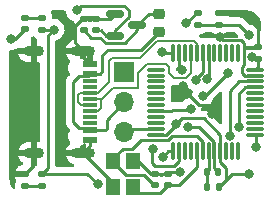
<source format=gbr>
%TF.GenerationSoftware,KiCad,Pcbnew,(6.0.9)*%
%TF.CreationDate,2022-11-14T14:00:34+08:00*%
%TF.ProjectId,usb2serial_pcb,75736232-7365-4726-9961-6c5f7063622e,1.0*%
%TF.SameCoordinates,Original*%
%TF.FileFunction,Copper,L1,Top*%
%TF.FilePolarity,Positive*%
%FSLAX46Y46*%
G04 Gerber Fmt 4.6, Leading zero omitted, Abs format (unit mm)*
G04 Created by KiCad (PCBNEW (6.0.9)) date 2022-11-14 14:00:34*
%MOMM*%
%LPD*%
G01*
G04 APERTURE LIST*
G04 Aperture macros list*
%AMRoundRect*
0 Rectangle with rounded corners*
0 $1 Rounding radius*
0 $2 $3 $4 $5 $6 $7 $8 $9 X,Y pos of 4 corners*
0 Add a 4 corners polygon primitive as box body*
4,1,4,$2,$3,$4,$5,$6,$7,$8,$9,$2,$3,0*
0 Add four circle primitives for the rounded corners*
1,1,$1+$1,$2,$3*
1,1,$1+$1,$4,$5*
1,1,$1+$1,$6,$7*
1,1,$1+$1,$8,$9*
0 Add four rect primitives between the rounded corners*
20,1,$1+$1,$2,$3,$4,$5,0*
20,1,$1+$1,$4,$5,$6,$7,0*
20,1,$1+$1,$6,$7,$8,$9,0*
20,1,$1+$1,$8,$9,$2,$3,0*%
G04 Aperture macros list end*
%TA.AperFunction,SMDPad,CuDef*%
%ADD10RoundRect,0.140000X-0.170000X0.140000X-0.170000X-0.140000X0.170000X-0.140000X0.170000X0.140000X0*%
%TD*%
%TA.AperFunction,SMDPad,CuDef*%
%ADD11R,1.200000X1.400000*%
%TD*%
%TA.AperFunction,SMDPad,CuDef*%
%ADD12RoundRect,0.075000X0.075000X-0.662500X0.075000X0.662500X-0.075000X0.662500X-0.075000X-0.662500X0*%
%TD*%
%TA.AperFunction,SMDPad,CuDef*%
%ADD13RoundRect,0.075000X0.662500X-0.075000X0.662500X0.075000X-0.662500X0.075000X-0.662500X-0.075000X0*%
%TD*%
%TA.AperFunction,SMDPad,CuDef*%
%ADD14RoundRect,0.150000X-0.587500X-0.150000X0.587500X-0.150000X0.587500X0.150000X-0.587500X0.150000X0*%
%TD*%
%TA.AperFunction,SMDPad,CuDef*%
%ADD15RoundRect,0.135000X-0.185000X0.135000X-0.185000X-0.135000X0.185000X-0.135000X0.185000X0.135000X0*%
%TD*%
%TA.AperFunction,SMDPad,CuDef*%
%ADD16RoundRect,0.140000X0.170000X-0.140000X0.170000X0.140000X-0.170000X0.140000X-0.170000X-0.140000X0*%
%TD*%
%TA.AperFunction,SMDPad,CuDef*%
%ADD17RoundRect,0.218750X-0.256250X0.218750X-0.256250X-0.218750X0.256250X-0.218750X0.256250X0.218750X0*%
%TD*%
%TA.AperFunction,SMDPad,CuDef*%
%ADD18RoundRect,0.147500X-0.172500X0.147500X-0.172500X-0.147500X0.172500X-0.147500X0.172500X0.147500X0*%
%TD*%
%TA.AperFunction,SMDPad,CuDef*%
%ADD19RoundRect,0.140000X-0.140000X-0.170000X0.140000X-0.170000X0.140000X0.170000X-0.140000X0.170000X0*%
%TD*%
%TA.AperFunction,SMDPad,CuDef*%
%ADD20RoundRect,0.135000X0.185000X-0.135000X0.185000X0.135000X-0.185000X0.135000X-0.185000X-0.135000X0*%
%TD*%
%TA.AperFunction,SMDPad,CuDef*%
%ADD21R,1.160000X0.600000*%
%TD*%
%TA.AperFunction,SMDPad,CuDef*%
%ADD22R,1.160000X0.300000*%
%TD*%
%TA.AperFunction,ComponentPad*%
%ADD23O,1.700000X0.900000*%
%TD*%
%TA.AperFunction,ComponentPad*%
%ADD24O,2.000000X0.900000*%
%TD*%
%TA.AperFunction,SMDPad,CuDef*%
%ADD25RoundRect,0.135000X0.135000X0.185000X-0.135000X0.185000X-0.135000X-0.185000X0.135000X-0.185000X0*%
%TD*%
%TA.AperFunction,SMDPad,CuDef*%
%ADD26RoundRect,0.147500X0.172500X-0.147500X0.172500X0.147500X-0.172500X0.147500X-0.172500X-0.147500X0*%
%TD*%
%TA.AperFunction,ComponentPad*%
%ADD27R,1.700000X1.700000*%
%TD*%
%TA.AperFunction,ComponentPad*%
%ADD28O,1.700000X1.700000*%
%TD*%
%TA.AperFunction,ViaPad*%
%ADD29C,0.800000*%
%TD*%
%TA.AperFunction,Conductor*%
%ADD30C,0.250000*%
%TD*%
%TA.AperFunction,Conductor*%
%ADD31C,0.200000*%
%TD*%
G04 APERTURE END LIST*
D10*
%TO.P,C5,1*%
%TO.N,GND*%
X62077600Y-46154400D03*
%TO.P,C5,2*%
%TO.N,/OSC_IN*%
X62077600Y-47114400D03*
%TD*%
D11*
%TO.P,Y1,1,1*%
%TO.N,/OSC_OUT*%
X57468400Y-45059600D03*
%TO.P,Y1,2,2*%
%TO.N,GND*%
X57468400Y-47259600D03*
%TO.P,Y1,3,3*%
%TO.N,/OSC_IN*%
X59168400Y-47259600D03*
%TO.P,Y1,4,4*%
%TO.N,GND*%
X59168400Y-45059600D03*
%TD*%
D12*
%TO.P,U2,1,VBAT*%
%TO.N,+3.3V*%
X62528000Y-44243700D03*
%TO.P,U2,2,PC13*%
%TO.N,/LED*%
X63028000Y-44243700D03*
%TO.P,U2,3,PC14*%
%TO.N,unconnected-(U2-Pad3)*%
X63528000Y-44243700D03*
%TO.P,U2,4,PC15*%
%TO.N,unconnected-(U2-Pad4)*%
X64028000Y-44243700D03*
%TO.P,U2,5,PD0*%
%TO.N,/OSC_IN*%
X64528000Y-44243700D03*
%TO.P,U2,6,PD1*%
%TO.N,/OSC_OUT*%
X65028000Y-44243700D03*
%TO.P,U2,7,NRST*%
%TO.N,/NRST*%
X65528000Y-44243700D03*
%TO.P,U2,8,VSSA*%
%TO.N,GND*%
X66028000Y-44243700D03*
%TO.P,U2,9,VDDA*%
%TO.N,+3.3V*%
X66528000Y-44243700D03*
%TO.P,U2,10,PA0*%
%TO.N,unconnected-(U2-Pad10)*%
X67028000Y-44243700D03*
%TO.P,U2,11,PA1*%
%TO.N,unconnected-(U2-Pad11)*%
X67528000Y-44243700D03*
%TO.P,U2,12,PA2*%
%TO.N,unconnected-(U2-Pad12)*%
X68028000Y-44243700D03*
D13*
%TO.P,U2,13,PA3*%
%TO.N,/UART2_RX*%
X69440500Y-42831200D03*
%TO.P,U2,14,PA4*%
%TO.N,unconnected-(U2-Pad14)*%
X69440500Y-42331200D03*
%TO.P,U2,15,PA5*%
%TO.N,unconnected-(U2-Pad15)*%
X69440500Y-41831200D03*
%TO.P,U2,16,PA6*%
%TO.N,unconnected-(U2-Pad16)*%
X69440500Y-41331200D03*
%TO.P,U2,17,PA7*%
%TO.N,unconnected-(U2-Pad17)*%
X69440500Y-40831200D03*
%TO.P,U2,18,PB0*%
%TO.N,unconnected-(U2-Pad18)*%
X69440500Y-40331200D03*
%TO.P,U2,19,PB1*%
%TO.N,unconnected-(U2-Pad19)*%
X69440500Y-39831200D03*
%TO.P,U2,20,PB2*%
%TO.N,unconnected-(U2-Pad20)*%
X69440500Y-39331200D03*
%TO.P,U2,21,PB10*%
%TO.N,/UART3_TX*%
X69440500Y-38831200D03*
%TO.P,U2,22,PB11*%
%TO.N,/UART3_RX*%
X69440500Y-38331200D03*
%TO.P,U2,23,VSS*%
%TO.N,GND*%
X69440500Y-37831200D03*
%TO.P,U2,24,VDD*%
%TO.N,+3.3V*%
X69440500Y-37331200D03*
D12*
%TO.P,U2,25,PB12*%
%TO.N,unconnected-(U2-Pad25)*%
X68028000Y-35918700D03*
%TO.P,U2,26,PB13*%
%TO.N,unconnected-(U2-Pad26)*%
X67528000Y-35918700D03*
%TO.P,U2,27,PB14*%
%TO.N,unconnected-(U2-Pad27)*%
X67028000Y-35918700D03*
%TO.P,U2,28,PB15*%
%TO.N,unconnected-(U2-Pad28)*%
X66528000Y-35918700D03*
%TO.P,U2,29,PA8*%
%TO.N,unconnected-(U2-Pad29)*%
X66028000Y-35918700D03*
%TO.P,U2,30,PA9*%
%TO.N,/UART1_TX*%
X65528000Y-35918700D03*
%TO.P,U2,31,PA10*%
%TO.N,/UART1_RX*%
X65028000Y-35918700D03*
%TO.P,U2,32,PA11*%
%TO.N,/USB_D-*%
X64528000Y-35918700D03*
%TO.P,U2,33,PA12*%
%TO.N,/USB_D+*%
X64028000Y-35918700D03*
%TO.P,U2,34,PA13*%
%TO.N,unconnected-(U2-Pad34)*%
X63528000Y-35918700D03*
%TO.P,U2,35,VSS*%
%TO.N,GND*%
X63028000Y-35918700D03*
%TO.P,U2,36,VDD*%
%TO.N,+3.3V*%
X62528000Y-35918700D03*
D13*
%TO.P,U2,37,PA14*%
%TO.N,unconnected-(U2-Pad37)*%
X61115500Y-37331200D03*
%TO.P,U2,38,PA15*%
%TO.N,unconnected-(U2-Pad38)*%
X61115500Y-37831200D03*
%TO.P,U2,39,PB3*%
%TO.N,unconnected-(U2-Pad39)*%
X61115500Y-38331200D03*
%TO.P,U2,40,PB4*%
%TO.N,unconnected-(U2-Pad40)*%
X61115500Y-38831200D03*
%TO.P,U2,41,PB5*%
%TO.N,unconnected-(U2-Pad41)*%
X61115500Y-39331200D03*
%TO.P,U2,42,PB6*%
%TO.N,unconnected-(U2-Pad42)*%
X61115500Y-39831200D03*
%TO.P,U2,43,PB7*%
%TO.N,unconnected-(U2-Pad43)*%
X61115500Y-40331200D03*
%TO.P,U2,44,BOOT0*%
%TO.N,/BOOT0*%
X61115500Y-40831200D03*
%TO.P,U2,45,PB8*%
%TO.N,unconnected-(U2-Pad45)*%
X61115500Y-41331200D03*
%TO.P,U2,46,PB9*%
%TO.N,unconnected-(U2-Pad46)*%
X61115500Y-41831200D03*
%TO.P,U2,47,VSS*%
%TO.N,GND*%
X61115500Y-42331200D03*
%TO.P,U2,48,VDD*%
%TO.N,+3.3V*%
X61115500Y-42831200D03*
%TD*%
D14*
%TO.P,U1,1,GND*%
%TO.N,GND*%
X57634900Y-32578000D03*
%TO.P,U1,2,VO*%
%TO.N,+3.3V*%
X57634900Y-34478000D03*
%TO.P,U1,3,VI*%
%TO.N,Net-(C2-Pad2)*%
X59509900Y-33528000D03*
%TD*%
D15*
%TO.P,R2,1*%
%TO.N,+3.3V*%
X64668400Y-32510000D03*
%TO.P,R2,2*%
%TO.N,/BOOT0*%
X64668400Y-33530000D03*
%TD*%
D16*
%TO.P,C3,1*%
%TO.N,+3.3V*%
X56032400Y-34008000D03*
%TO.P,C3,2*%
%TO.N,GND*%
X56032400Y-33048000D03*
%TD*%
D17*
%TO.P,F1,1*%
%TO.N,Net-(C2-Pad2)*%
X61315600Y-32588100D03*
%TO.P,F1,2*%
%TO.N,+5V*%
X61315600Y-34163100D03*
%TD*%
D10*
%TO.P,C2,1*%
%TO.N,GND*%
X54965600Y-33048000D03*
%TO.P,C2,2*%
%TO.N,Net-(C2-Pad2)*%
X54965600Y-34008000D03*
%TD*%
D18*
%TO.P,D6,1,K*%
%TO.N,GND*%
X49987200Y-46200200D03*
%TO.P,D6,2,A*%
%TO.N,Net-(D6-Pad2)*%
X49987200Y-47170200D03*
%TD*%
D19*
%TO.P,C4,1*%
%TO.N,/NRST*%
X65407600Y-45974000D03*
%TO.P,C4,2*%
%TO.N,GND*%
X66367600Y-45974000D03*
%TD*%
D15*
%TO.P,R6,1*%
%TO.N,+3.3V*%
X51401550Y-46175200D03*
%TO.P,R6,2*%
%TO.N,Net-(D6-Pad2)*%
X51401550Y-47195200D03*
%TD*%
D16*
%TO.P,C1,1*%
%TO.N,+3.3V*%
X69697600Y-36395600D03*
%TO.P,C1,2*%
%TO.N,GND*%
X69697600Y-35435600D03*
%TD*%
D20*
%TO.P,R5,1*%
%TO.N,/BOOT0*%
X66395600Y-33530000D03*
%TO.P,R5,2*%
%TO.N,GND*%
X66395600Y-32510000D03*
%TD*%
%TO.P,R7,1*%
%TO.N,+3.3V*%
X51409600Y-33936400D03*
%TO.P,R7,2*%
%TO.N,Net-(D7-Pad2)*%
X51409600Y-32916400D03*
%TD*%
D10*
%TO.P,C6,1*%
%TO.N,GND*%
X60960000Y-46154400D03*
%TO.P,C6,2*%
%TO.N,/OSC_OUT*%
X60960000Y-47114400D03*
%TD*%
D21*
%TO.P,J1,A1,GND*%
%TO.N,GND*%
X55505800Y-36865020D03*
%TO.P,J1,A4,VBUS*%
%TO.N,+5V*%
X55505800Y-37665020D03*
D22*
%TO.P,J1,A5,CC1*%
%TO.N,unconnected-(J1-PadA5)*%
X55505800Y-38815020D03*
%TO.P,J1,A6,D+*%
%TO.N,/USB_D+*%
X55505800Y-39815020D03*
%TO.P,J1,A7,D-*%
%TO.N,/USB_D-*%
X55505800Y-40315020D03*
%TO.P,J1,A8,SBU1*%
%TO.N,unconnected-(J1-PadA8)*%
X55505800Y-41315020D03*
D21*
%TO.P,J1,A9,VBUS*%
%TO.N,+5V*%
X55505800Y-42465020D03*
%TO.P,J1,A12,GND*%
%TO.N,GND*%
X55505800Y-43265020D03*
%TO.P,J1,B1,GND*%
X55505800Y-43265020D03*
%TO.P,J1,B4,VBUS*%
%TO.N,+5V*%
X55505800Y-42465020D03*
D22*
%TO.P,J1,B5,CC2*%
%TO.N,unconnected-(J1-PadB5)*%
X55505800Y-41815020D03*
%TO.P,J1,B6,D+*%
%TO.N,/USB_D+*%
X55505800Y-40815020D03*
%TO.P,J1,B7,D-*%
%TO.N,/USB_D-*%
X55505800Y-39315020D03*
%TO.P,J1,B8,SBU2*%
%TO.N,unconnected-(J1-PadB8)*%
X55505800Y-38315020D03*
D21*
%TO.P,J1,B9,VBUS*%
%TO.N,+5V*%
X55505800Y-37665020D03*
%TO.P,J1,B12,GND*%
%TO.N,GND*%
X55505800Y-36865020D03*
D23*
%TO.P,J1,S1,SHIELD*%
X50755800Y-44385020D03*
X50755800Y-35745020D03*
D24*
X54925800Y-35745020D03*
X54925800Y-44385020D03*
%TD*%
D25*
%TO.P,R3,1*%
%TO.N,+3.3V*%
X66397600Y-47294800D03*
%TO.P,R3,2*%
%TO.N,/NRST*%
X65377600Y-47294800D03*
%TD*%
D26*
%TO.P,D7,1,K*%
%TO.N,/LED*%
X49987200Y-33911400D03*
%TO.P,D7,2,A*%
%TO.N,Net-(D7-Pad2)*%
X49987200Y-32941400D03*
%TD*%
D27*
%TO.P,J2,1,Pin_1*%
%TO.N,/DBUS_RX*%
X58375400Y-37541200D03*
D28*
%TO.P,J2,2,Pin_2*%
%TO.N,+5V*%
X58375400Y-40081200D03*
%TO.P,J2,3,Pin_3*%
%TO.N,GND*%
X58375400Y-42621200D03*
%TD*%
D29*
%TO.N,+3.3V*%
X63652400Y-33405700D03*
X54356000Y-32308800D03*
X68986400Y-46177200D03*
X52425600Y-33934400D03*
X62738000Y-41960800D03*
X69227500Y-36251470D03*
X61643030Y-44728266D03*
X61620400Y-35814000D03*
X56134000Y-47040800D03*
%TO.N,GND*%
X63754000Y-42177300D03*
X66490899Y-34581700D03*
X63089301Y-46020501D03*
X63284778Y-37349700D03*
X65859700Y-41086515D03*
X63390486Y-38748700D03*
%TO.N,/UART1_TX*%
X65431433Y-38110600D03*
%TO.N,/UART1_RX*%
X64437046Y-38211596D03*
%TO.N,/UART2_RX*%
X69545200Y-43840400D03*
%TO.N,/UART3_TX*%
X68072000Y-42195500D03*
%TO.N,/UART3_RX*%
X67308700Y-42922316D03*
%TO.N,/LED*%
X48818800Y-34747200D03*
X60858400Y-44030700D03*
%TO.N,/BOOT0*%
X68973100Y-34415900D03*
X64008000Y-40640000D03*
X67197590Y-37606700D03*
X65026327Y-39581024D03*
%TD*%
D30*
%TO.N,+3.3V*%
X65125600Y-41452800D02*
X63246000Y-41452800D01*
X62528000Y-44243700D02*
X62127596Y-44243700D01*
X51930800Y-34429200D02*
X52425600Y-33934400D01*
X54739000Y-31925800D02*
X58391951Y-31925800D01*
X66528000Y-45166791D02*
X67005200Y-45643991D01*
X54356000Y-32308800D02*
X54739000Y-31925800D01*
X56880800Y-34478000D02*
X56388000Y-33985200D01*
X61725100Y-35918700D02*
X61620400Y-35814000D01*
X55268400Y-46175200D02*
X56134000Y-47040800D01*
X63246000Y-41452800D02*
X62738000Y-41960800D01*
X67005200Y-46687200D02*
X66397600Y-47294800D01*
X51930800Y-45645950D02*
X51930800Y-34429200D01*
X66528000Y-44243700D02*
X66528000Y-45166791D01*
X62738000Y-41960800D02*
X62738000Y-42011885D01*
X69697600Y-37074100D02*
X69440500Y-37331200D01*
X61918685Y-42831200D02*
X61115500Y-42831200D01*
X64548100Y-32510000D02*
X63652400Y-33405700D01*
X69371630Y-36395600D02*
X69227500Y-36251470D01*
X52423600Y-33936400D02*
X52425600Y-33934400D01*
X69697600Y-36395600D02*
X69371630Y-36395600D01*
X51409600Y-33936400D02*
X52423600Y-33936400D01*
X69697600Y-36395600D02*
X69697600Y-37074100D01*
X67005200Y-45643991D02*
X67005200Y-46687200D01*
X62738000Y-42011885D02*
X61918685Y-42831200D01*
X66528000Y-44243700D02*
X66528000Y-42855200D01*
X58391951Y-31925800D02*
X58775600Y-32309449D01*
X62528000Y-35918700D02*
X61725100Y-35918700D01*
X62127596Y-44243700D02*
X61643030Y-44728266D01*
X67515200Y-46177200D02*
X66397600Y-47294800D01*
X66528000Y-42855200D02*
X65125600Y-41452800D01*
X51401550Y-46175200D02*
X51930800Y-45645950D01*
X58775600Y-32853049D02*
X57634900Y-33993749D01*
X57634900Y-33993749D02*
X57634900Y-34478000D01*
X51401550Y-46175200D02*
X55268400Y-46175200D01*
X68986400Y-46177200D02*
X67515200Y-46177200D01*
X58775600Y-32309449D02*
X58775600Y-32853049D01*
X57634900Y-34478000D02*
X56880800Y-34478000D01*
X64668400Y-32510000D02*
X64548100Y-32510000D01*
%TO.N,GND*%
X69697600Y-33832800D02*
X69697600Y-34137600D01*
X57164900Y-33048000D02*
X57634900Y-32578000D01*
X64764785Y-42177300D02*
X66028000Y-43440515D01*
X66028000Y-45634400D02*
X66367600Y-45974000D01*
X65859700Y-40612100D02*
X65859700Y-41086515D01*
X66028000Y-43440515D02*
X66028000Y-44243700D01*
X69674800Y-35458400D02*
X69697600Y-35435600D01*
X61115500Y-42331200D02*
X58665400Y-42331200D01*
X54965600Y-33048000D02*
X54785200Y-33048000D01*
X55505800Y-43265020D02*
X55505800Y-43805020D01*
X64726022Y-40306024D02*
X65553624Y-40306024D01*
X54965600Y-33048000D02*
X56032400Y-33048000D01*
X68374800Y-32510000D02*
X69697600Y-33832800D01*
X68378000Y-37593200D02*
X68616000Y-37831200D01*
X69697600Y-35435600D02*
X68602800Y-35435600D01*
X60655200Y-46154400D02*
X62077600Y-46154400D01*
X66490899Y-34581700D02*
X66765399Y-34856200D01*
X66765399Y-34856200D02*
X68268685Y-34856200D01*
X54203600Y-33629600D02*
X54203600Y-35022820D01*
X69697600Y-34137600D02*
X69697600Y-35435600D01*
X54203600Y-35022820D02*
X54925800Y-35745020D01*
X57468400Y-46927620D02*
X57468400Y-47259600D01*
X54925800Y-44385020D02*
X57468400Y-46927620D01*
X59168400Y-45059600D02*
X59560400Y-45059600D01*
X55505800Y-43805020D02*
X54925800Y-44385020D01*
X54925800Y-35745020D02*
X54925800Y-36285020D01*
X68378000Y-37090515D02*
X68378000Y-37593200D01*
X56032400Y-33048000D02*
X57164900Y-33048000D01*
X50755800Y-45431600D02*
X49987200Y-46200200D01*
X68268685Y-34856200D02*
X68503000Y-35090515D01*
X63754000Y-42177300D02*
X64764785Y-42177300D01*
X66028000Y-44243700D02*
X66028000Y-45634400D01*
X54925800Y-36285020D02*
X55505800Y-36865020D01*
X59560400Y-45059600D02*
X60655200Y-46154400D01*
X68503000Y-35458400D02*
X69674800Y-35458400D01*
X54785200Y-33048000D02*
X54203600Y-33629600D01*
X59588400Y-45059600D02*
X59168400Y-45059600D01*
X68503000Y-35535400D02*
X68503000Y-36965515D01*
X63028000Y-35918700D02*
X63028000Y-37092922D01*
X68503000Y-36965515D02*
X68378000Y-37090515D01*
X67917600Y-32510000D02*
X68374800Y-32510000D01*
X68616000Y-37831200D02*
X69440500Y-37831200D01*
X65553624Y-40306024D02*
X65859700Y-40612100D01*
X63390486Y-38748700D02*
X63390486Y-38970488D01*
X62211499Y-46020501D02*
X62077600Y-46154400D01*
X63089301Y-46020501D02*
X62211499Y-46020501D01*
X68503000Y-35090515D02*
X68503000Y-35458400D01*
X63390486Y-38970488D02*
X64726022Y-40306024D01*
X68602800Y-35435600D02*
X68503000Y-35535400D01*
X63028000Y-37092922D02*
X63284778Y-37349700D01*
X66395600Y-32510000D02*
X67917600Y-32510000D01*
X58665400Y-42331200D02*
X58375400Y-42621200D01*
X50755800Y-44385020D02*
X50755800Y-45431600D01*
%TO.N,Net-(C2-Pad2)*%
X60449800Y-32588100D02*
X59509900Y-33528000D01*
X56360649Y-34613000D02*
X56850649Y-35103000D01*
X61315600Y-32588100D02*
X60449800Y-32588100D01*
X59509900Y-34012900D02*
X59509900Y-33528000D01*
X58419800Y-35103000D02*
X59509900Y-34012900D01*
X56850649Y-35103000D02*
X58419800Y-35103000D01*
X55570600Y-34613000D02*
X56360649Y-34613000D01*
X54965600Y-34008000D02*
X55570600Y-34613000D01*
%TO.N,/NRST*%
X65528000Y-45853600D02*
X65407600Y-45974000D01*
X65528000Y-44243700D02*
X65528000Y-45853600D01*
X65407600Y-47264800D02*
X65377600Y-47294800D01*
X65407600Y-45974000D02*
X65407600Y-47264800D01*
%TO.N,/OSC_IN*%
X61440000Y-47752000D02*
X59660800Y-47752000D01*
X64528000Y-44243700D02*
X64528000Y-45606400D01*
X64528000Y-45606400D02*
X63020000Y-47114400D01*
X63020000Y-47114400D02*
X62077600Y-47114400D01*
X62077600Y-47114400D02*
X61440000Y-47752000D01*
X59660800Y-47752000D02*
X59168400Y-47259600D01*
%TO.N,/OSC_OUT*%
X59817800Y-43306200D02*
X59089400Y-44034600D01*
X65028000Y-43440515D02*
X64513485Y-42926000D01*
X60952391Y-47114400D02*
X60960000Y-47114400D01*
X57468400Y-45159600D02*
X58543400Y-46234600D01*
X58543400Y-46234600D02*
X60093400Y-46234600D01*
X64513485Y-42926000D02*
X62460281Y-42926000D01*
X65028000Y-44243700D02*
X65028000Y-43440515D01*
X58276600Y-44034600D02*
X57468400Y-44842800D01*
X62080081Y-43306200D02*
X59817800Y-43306200D01*
X57468400Y-44842800D02*
X57468400Y-45059600D01*
X59089400Y-44034600D02*
X58276600Y-44034600D01*
X60093400Y-46255409D02*
X60952391Y-47114400D01*
X62460281Y-42926000D02*
X62080081Y-43306200D01*
X60093400Y-46234600D02*
X60093400Y-46255409D01*
X57468400Y-45059600D02*
X57468400Y-45159600D01*
%TO.N,/UART1_TX*%
X65528000Y-38014033D02*
X65528000Y-35918700D01*
X65431433Y-38110600D02*
X65528000Y-38014033D01*
%TO.N,/UART1_RX*%
X65028000Y-37488728D02*
X65028000Y-35918700D01*
X64437046Y-38211596D02*
X64437046Y-38079682D01*
X64437046Y-38079682D02*
X65028000Y-37488728D01*
%TO.N,/UART2_RX*%
X69545200Y-43840400D02*
X69545200Y-42935900D01*
X69545200Y-42935900D02*
X69440500Y-42831200D01*
%TO.N,/UART3_TX*%
X68637315Y-38831200D02*
X68076003Y-39392512D01*
X69440500Y-38831200D02*
X68637315Y-38831200D01*
X68076003Y-39392512D02*
X68076003Y-42191497D01*
X68076003Y-42191497D02*
X68072000Y-42195500D01*
%TO.N,/UART3_RX*%
X67310000Y-39166800D02*
X68145600Y-38331200D01*
X67310000Y-42921016D02*
X67310000Y-39166800D01*
X68145600Y-38331200D02*
X69440500Y-38331200D01*
X67308700Y-42922316D02*
X67310000Y-42921016D01*
%TO.N,/LED*%
X62687200Y-45397297D02*
X62631231Y-45453266D01*
X48818800Y-34747200D02*
X49151400Y-34747200D01*
X62631231Y-45453266D02*
X60998066Y-45453266D01*
X60756800Y-44132300D02*
X60858400Y-44030700D01*
X63028000Y-44243700D02*
X63028000Y-45056497D01*
X60998066Y-45453266D02*
X60756800Y-45212000D01*
X60756800Y-45212000D02*
X60756800Y-44132300D01*
X49151400Y-34747200D02*
X49987200Y-33911400D01*
X63028000Y-45056497D02*
X62687200Y-45397297D01*
%TO.N,+5V*%
X56798180Y-42465020D02*
X55505800Y-42465020D01*
X54083400Y-38357420D02*
X54600800Y-37840020D01*
X55330800Y-37840020D02*
X55505800Y-37665020D01*
X55505800Y-37665020D02*
X56335800Y-37665020D01*
X58375400Y-40081200D02*
X56896000Y-41560600D01*
X56540400Y-37460420D02*
X56540400Y-36118800D01*
X54600800Y-37840020D02*
X55330800Y-37840020D01*
X56896000Y-42367200D02*
X56798180Y-42465020D01*
X56540400Y-36118800D02*
X56997600Y-35661600D01*
X59817100Y-35661600D02*
X61315600Y-34163100D01*
X54600800Y-42290020D02*
X54083400Y-41772620D01*
X55330800Y-42290020D02*
X54600800Y-42290020D01*
X56335800Y-37665020D02*
X56540400Y-37460420D01*
X56896000Y-41560600D02*
X56896000Y-42367200D01*
X55505800Y-42465020D02*
X55330800Y-42290020D01*
X54083400Y-41772620D02*
X54083400Y-38357420D01*
X56997600Y-35661600D02*
X59817100Y-35661600D01*
D31*
%TO.N,/USB_D+*%
X60297670Y-36881200D02*
X59588400Y-37590470D01*
X59588400Y-37590470D02*
X59588400Y-38862000D01*
X62153000Y-37616600D02*
X62153000Y-37100870D01*
X56335800Y-39815020D02*
X56438800Y-39918020D01*
X64028000Y-37622800D02*
X63601600Y-38049200D01*
X62153000Y-37100870D02*
X61933330Y-36881200D01*
X62585600Y-38049200D02*
X62153000Y-37616600D01*
X61933330Y-36881200D02*
X60297670Y-36881200D01*
X63601600Y-38049200D02*
X62585600Y-38049200D01*
X59588400Y-38862000D02*
X57454800Y-38862000D01*
X56162180Y-40815020D02*
X55505800Y-40815020D01*
X56438800Y-39918020D02*
X56438800Y-40538400D01*
X56438800Y-40538400D02*
X56162180Y-40815020D01*
X64028000Y-35918700D02*
X64028000Y-37622800D01*
X55505800Y-39815020D02*
X56335800Y-39815020D01*
X56501780Y-39815020D02*
X55505800Y-39815020D01*
X57454800Y-38862000D02*
X56501780Y-39815020D01*
%TO.N,/USB_D-*%
X61806123Y-34881200D02*
X61786723Y-34900600D01*
X57353200Y-36322000D02*
X57099200Y-36576000D01*
X56185600Y-39315020D02*
X55505800Y-39315020D01*
X54675800Y-39315020D02*
X54508400Y-39482420D01*
X57099200Y-36576000D02*
X57099200Y-38401420D01*
X54508400Y-40081200D02*
X54742220Y-40315020D01*
X59757740Y-36322000D02*
X57353200Y-36322000D01*
X54508400Y-39482420D02*
X54508400Y-40081200D01*
X55505800Y-39315020D02*
X54675800Y-39315020D01*
X64528000Y-35150870D02*
X64258330Y-34881200D01*
X61179140Y-34900600D02*
X59757740Y-36322000D01*
X54742220Y-40315020D02*
X55505800Y-40315020D01*
X64528000Y-35918700D02*
X64528000Y-35150870D01*
X57099200Y-38401420D02*
X56185600Y-39315020D01*
X61786723Y-34900600D02*
X61179140Y-34900600D01*
X64258330Y-34881200D02*
X61806123Y-34881200D01*
D30*
%TO.N,/BOOT0*%
X67197590Y-37606700D02*
X65223266Y-39581024D01*
X66395600Y-33530000D02*
X68087200Y-33530000D01*
X61127500Y-40843200D02*
X61115500Y-40831200D01*
X62494400Y-40731200D02*
X62382400Y-40843200D01*
X62382400Y-40843200D02*
X61127500Y-40843200D01*
X63916800Y-40731200D02*
X62494400Y-40731200D01*
X65223266Y-39581024D02*
X65026327Y-39581024D01*
X68087200Y-33530000D02*
X68973100Y-34415900D01*
X64668400Y-33530000D02*
X66395600Y-33530000D01*
X64008000Y-40640000D02*
X63916800Y-40731200D01*
%TO.N,Net-(D6-Pad2)*%
X49987200Y-47170200D02*
X51376550Y-47170200D01*
X51376550Y-47170200D02*
X51401550Y-47195200D01*
%TO.N,Net-(D7-Pad2)*%
X50012200Y-32916400D02*
X49987200Y-32941400D01*
X51409600Y-32916400D02*
X50012200Y-32916400D01*
%TD*%
%TA.AperFunction,Conductor*%
%TO.N,GND*%
G36*
X50738771Y-34511720D02*
G01*
X50783834Y-34540681D01*
X50827059Y-34583906D01*
X50947637Y-34655215D01*
X50952405Y-34658035D01*
X51000858Y-34709928D01*
X51013563Y-34779779D01*
X51011387Y-34793271D01*
X51009800Y-34800567D01*
X51009800Y-36684905D01*
X51014275Y-36700144D01*
X51015665Y-36701349D01*
X51023348Y-36703020D01*
X51171300Y-36703020D01*
X51239421Y-36723022D01*
X51285914Y-36776678D01*
X51297300Y-36829020D01*
X51297300Y-43301020D01*
X51277298Y-43369141D01*
X51223642Y-43415634D01*
X51171300Y-43427020D01*
X51027915Y-43427020D01*
X51012676Y-43431495D01*
X51011471Y-43432885D01*
X51009800Y-43440568D01*
X51009800Y-45342991D01*
X50989798Y-45411112D01*
X50947939Y-45451444D01*
X50825835Y-45523656D01*
X50825829Y-45523661D01*
X50819009Y-45527694D01*
X50779455Y-45567248D01*
X50717143Y-45601274D01*
X50646328Y-45596209D01*
X50601265Y-45567248D01*
X50570265Y-45536248D01*
X50557830Y-45526602D01*
X50541101Y-45516708D01*
X50492650Y-45464814D01*
X50479945Y-45394964D01*
X50495184Y-45359888D01*
X50501800Y-45329472D01*
X50501800Y-44657135D01*
X50497325Y-44641896D01*
X50495935Y-44640691D01*
X50488252Y-44639020D01*
X49446571Y-44639020D01*
X49433040Y-44642993D01*
X49432163Y-44649095D01*
X49488110Y-44801156D01*
X49493677Y-44812569D01*
X49589508Y-44967128D01*
X49597260Y-44977194D01*
X49722208Y-45109323D01*
X49731826Y-45117625D01*
X49804971Y-45168841D01*
X49849300Y-45224298D01*
X49856609Y-45294917D01*
X49824579Y-45358277D01*
X49763378Y-45394263D01*
X49742584Y-45397666D01*
X49717760Y-45399619D01*
X49705159Y-45401920D01*
X49559913Y-45444118D01*
X49545476Y-45450366D01*
X49416573Y-45526599D01*
X49404135Y-45536248D01*
X49298248Y-45642135D01*
X49288599Y-45654573D01*
X49212366Y-45783476D01*
X49206118Y-45797913D01*
X49168091Y-45928805D01*
X49168131Y-45942905D01*
X49175401Y-45946200D01*
X50115200Y-45946200D01*
X50183321Y-45966202D01*
X50229814Y-46019858D01*
X50241200Y-46072200D01*
X50241200Y-46240700D01*
X50221198Y-46308821D01*
X50167542Y-46355314D01*
X50115200Y-46366700D01*
X49758879Y-46366701D01*
X49748454Y-46366701D01*
X49711263Y-46369627D01*
X49638199Y-46390854D01*
X49559713Y-46413656D01*
X49559711Y-46413657D01*
X49552100Y-46415868D01*
X49545275Y-46419904D01*
X49545271Y-46419906D01*
X49516953Y-46436653D01*
X49452814Y-46454200D01*
X49181152Y-46454200D01*
X49167621Y-46458173D01*
X49166486Y-46466071D01*
X49206118Y-46602487D01*
X49212366Y-46616924D01*
X49214523Y-46620572D01*
X49215343Y-46623803D01*
X49215514Y-46624199D01*
X49215450Y-46624227D01*
X49231981Y-46689389D01*
X49214523Y-46748845D01*
X49211906Y-46753271D01*
X49211904Y-46753275D01*
X49207868Y-46760100D01*
X49205657Y-46767711D01*
X49205656Y-46767713D01*
X49193748Y-46808700D01*
X49161627Y-46919263D01*
X49161123Y-46925668D01*
X49161122Y-46925673D01*
X49158893Y-46953997D01*
X49158700Y-46956453D01*
X49158701Y-47168395D01*
X49158701Y-47280204D01*
X49138699Y-47348324D01*
X49085044Y-47394817D01*
X49014770Y-47404922D01*
X48950189Y-47375429D01*
X48936891Y-47362036D01*
X48915792Y-47337332D01*
X48904175Y-47321342D01*
X48810448Y-47168395D01*
X48801474Y-47150784D01*
X48732827Y-46985055D01*
X48726719Y-46966256D01*
X48726283Y-46964437D01*
X48684845Y-46791836D01*
X48681752Y-46772309D01*
X48670409Y-46628183D01*
X48671394Y-46605858D01*
X48670734Y-46605799D01*
X48671169Y-46600951D01*
X48671976Y-46596152D01*
X48672129Y-46583600D01*
X48668173Y-46555976D01*
X48666900Y-46538114D01*
X48666900Y-44113490D01*
X49436549Y-44113490D01*
X49436983Y-44127584D01*
X49445164Y-44131020D01*
X50483685Y-44131020D01*
X50498924Y-44126545D01*
X50500129Y-44125155D01*
X50501800Y-44117472D01*
X50501800Y-43445135D01*
X50497325Y-43429896D01*
X50495935Y-43428691D01*
X50488252Y-43427020D01*
X50310353Y-43427020D01*
X50303978Y-43427343D01*
X50168523Y-43441102D01*
X50156083Y-43443656D01*
X49982556Y-43498036D01*
X49970868Y-43503045D01*
X49811821Y-43591207D01*
X49801388Y-43598458D01*
X49663309Y-43716805D01*
X49654556Y-43725996D01*
X49543089Y-43869700D01*
X49536365Y-43880460D01*
X49456068Y-44043645D01*
X49451645Y-44055539D01*
X49436549Y-44113490D01*
X48666900Y-44113490D01*
X48666900Y-36009095D01*
X49432163Y-36009095D01*
X49488110Y-36161156D01*
X49493677Y-36172569D01*
X49589508Y-36327128D01*
X49597260Y-36337194D01*
X49722208Y-36469323D01*
X49731826Y-36477625D01*
X49880787Y-36581928D01*
X49891881Y-36588128D01*
X50058780Y-36660352D01*
X50070883Y-36664191D01*
X50250400Y-36701695D01*
X50259952Y-36702935D01*
X50263184Y-36703020D01*
X50483685Y-36703020D01*
X50498924Y-36698545D01*
X50500129Y-36697155D01*
X50501800Y-36689472D01*
X50501800Y-36017135D01*
X50497325Y-36001896D01*
X50495935Y-36000691D01*
X50488252Y-35999020D01*
X49446571Y-35999020D01*
X49433040Y-36002993D01*
X49432163Y-36009095D01*
X48666900Y-36009095D01*
X48666900Y-35781700D01*
X48686902Y-35713579D01*
X48740558Y-35667086D01*
X48792900Y-35655700D01*
X48914287Y-35655700D01*
X48920739Y-35654328D01*
X48920744Y-35654328D01*
X49007688Y-35635847D01*
X49101088Y-35615994D01*
X49107119Y-35613309D01*
X49269522Y-35541003D01*
X49269524Y-35541002D01*
X49275552Y-35538318D01*
X49321519Y-35504921D01*
X49388387Y-35481062D01*
X49444371Y-35490687D01*
X49445164Y-35491020D01*
X50483685Y-35491020D01*
X50498924Y-35486545D01*
X50500129Y-35485155D01*
X50501800Y-35477472D01*
X50501800Y-34805135D01*
X50491118Y-34768755D01*
X50475596Y-34744604D01*
X50475594Y-34673607D01*
X50513976Y-34613880D01*
X50532352Y-34600648D01*
X50558142Y-34585396D01*
X50558143Y-34585396D01*
X50564963Y-34581362D01*
X50605644Y-34540681D01*
X50667956Y-34506655D01*
X50738771Y-34511720D01*
G37*
%TD.AperFunction*%
%TA.AperFunction,Conductor*%
G36*
X61821210Y-46106768D02*
G01*
X61867703Y-46160424D01*
X61877807Y-46230698D01*
X61848313Y-46295278D01*
X61788242Y-46333763D01*
X61655616Y-46372294D01*
X61655614Y-46372295D01*
X61648003Y-46374506D01*
X61641181Y-46378541D01*
X61641180Y-46378541D01*
X61620360Y-46390854D01*
X61556221Y-46408400D01*
X61481379Y-46408400D01*
X61417240Y-46390854D01*
X61396420Y-46378541D01*
X61396419Y-46378541D01*
X61389597Y-46374506D01*
X61381986Y-46372295D01*
X61381984Y-46372294D01*
X61249358Y-46333763D01*
X61189523Y-46295550D01*
X61159845Y-46231054D01*
X61169748Y-46160751D01*
X61216088Y-46106963D01*
X61284511Y-46086766D01*
X61753089Y-46086766D01*
X61821210Y-46106768D01*
G37*
%TD.AperFunction*%
%TA.AperFunction,Conductor*%
G36*
X53397219Y-32329302D02*
G01*
X53443712Y-32382958D01*
X53454407Y-32422129D01*
X53462458Y-32498728D01*
X53521473Y-32680356D01*
X53524776Y-32686078D01*
X53524777Y-32686079D01*
X53558686Y-32744810D01*
X53616960Y-32845744D01*
X53621378Y-32850651D01*
X53621379Y-32850652D01*
X53738192Y-32980386D01*
X53744747Y-32987666D01*
X53899248Y-33099918D01*
X53905276Y-33102602D01*
X53905278Y-33102603D01*
X54073712Y-33177594D01*
X54072680Y-33179911D01*
X54121872Y-33213531D01*
X54147635Y-33277640D01*
X54148829Y-33277422D01*
X54149897Y-33283271D01*
X54149960Y-33283427D01*
X54149986Y-33283756D01*
X54152288Y-33296359D01*
X54193957Y-33439784D01*
X54200205Y-33454222D01*
X54205616Y-33463372D01*
X54223074Y-33532188D01*
X54205615Y-33591647D01*
X54195706Y-33608403D01*
X54193495Y-33616014D01*
X54193494Y-33616016D01*
X54190947Y-33624782D01*
X54149994Y-33765746D01*
X54149490Y-33772151D01*
X54149489Y-33772156D01*
X54147293Y-33800060D01*
X54147100Y-33802516D01*
X54147100Y-34213484D01*
X54149994Y-34250254D01*
X54195706Y-34407597D01*
X54199741Y-34414419D01*
X54199741Y-34414420D01*
X54275078Y-34541808D01*
X54279112Y-34548629D01*
X54312317Y-34581834D01*
X54346343Y-34644146D01*
X54341278Y-34714961D01*
X54298731Y-34771797D01*
X54235955Y-34796284D01*
X54188523Y-34801102D01*
X54176083Y-34803656D01*
X54002556Y-34858036D01*
X53990868Y-34863045D01*
X53831821Y-34951207D01*
X53821388Y-34958458D01*
X53683309Y-35076805D01*
X53674556Y-35085996D01*
X53563089Y-35229700D01*
X53556365Y-35240460D01*
X53476068Y-35403645D01*
X53471645Y-35415539D01*
X53456549Y-35473490D01*
X53456983Y-35487584D01*
X53465164Y-35491020D01*
X55053800Y-35491020D01*
X55121921Y-35511022D01*
X55168414Y-35564678D01*
X55179800Y-35617020D01*
X55179800Y-36460182D01*
X55159798Y-36528303D01*
X55106142Y-36574796D01*
X55035868Y-36584900D01*
X54971288Y-36555406D01*
X54965716Y-36550164D01*
X54964956Y-36549544D01*
X54960029Y-36544513D01*
X54807562Y-36446255D01*
X54754704Y-36427016D01*
X54697533Y-36384921D01*
X54672196Y-36318599D01*
X54671800Y-36308615D01*
X54671800Y-36017135D01*
X54667325Y-36001896D01*
X54665935Y-36000691D01*
X54658252Y-35999020D01*
X53466571Y-35999020D01*
X53453040Y-36002993D01*
X53452163Y-36009095D01*
X53508110Y-36161156D01*
X53513677Y-36172569D01*
X53609508Y-36327128D01*
X53617260Y-36337194D01*
X53742206Y-36469321D01*
X53751828Y-36477627D01*
X53777079Y-36495308D01*
X53821407Y-36550765D01*
X53828715Y-36621385D01*
X53811192Y-36666034D01*
X53714527Y-36818354D01*
X53712162Y-36824996D01*
X53656043Y-36982595D01*
X53656042Y-36982600D01*
X53653681Y-36989230D01*
X53652848Y-36996218D01*
X53652847Y-36996221D01*
X53643398Y-37075463D01*
X53632204Y-37169340D01*
X53632940Y-37176343D01*
X53632940Y-37176344D01*
X53636700Y-37212112D01*
X53651164Y-37349732D01*
X53709618Y-37521441D01*
X53777021Y-37631002D01*
X53795679Y-37699500D01*
X53774341Y-37767214D01*
X53758798Y-37786117D01*
X53691147Y-37853768D01*
X53682861Y-37861308D01*
X53676382Y-37865420D01*
X53670957Y-37871197D01*
X53629757Y-37915071D01*
X53627002Y-37917913D01*
X53607265Y-37937650D01*
X53604785Y-37940847D01*
X53597082Y-37949867D01*
X53566814Y-37982099D01*
X53562995Y-37989045D01*
X53562993Y-37989048D01*
X53557052Y-37999854D01*
X53546201Y-38016373D01*
X53533786Y-38032379D01*
X53530641Y-38039648D01*
X53530638Y-38039652D01*
X53516226Y-38072957D01*
X53511009Y-38083607D01*
X53489705Y-38122360D01*
X53487734Y-38130035D01*
X53487734Y-38130036D01*
X53484667Y-38141982D01*
X53478263Y-38160686D01*
X53470219Y-38179275D01*
X53468980Y-38187098D01*
X53468977Y-38187108D01*
X53463301Y-38222944D01*
X53460895Y-38234564D01*
X53449900Y-38277390D01*
X53449900Y-38297644D01*
X53448349Y-38317354D01*
X53445180Y-38337363D01*
X53445926Y-38345255D01*
X53449341Y-38381381D01*
X53449900Y-38393239D01*
X53449900Y-41693853D01*
X53449373Y-41705036D01*
X53447698Y-41712529D01*
X53447947Y-41720455D01*
X53447947Y-41720456D01*
X53449838Y-41780606D01*
X53449900Y-41784565D01*
X53449900Y-41812476D01*
X53450397Y-41816410D01*
X53450397Y-41816411D01*
X53450405Y-41816476D01*
X53451338Y-41828313D01*
X53452727Y-41872509D01*
X53458378Y-41891959D01*
X53462387Y-41911320D01*
X53464926Y-41931417D01*
X53467845Y-41938788D01*
X53467845Y-41938790D01*
X53481204Y-41972532D01*
X53485049Y-41983762D01*
X53497382Y-42026213D01*
X53501415Y-42033032D01*
X53501417Y-42033037D01*
X53507693Y-42043648D01*
X53516388Y-42061396D01*
X53523848Y-42080237D01*
X53528510Y-42086653D01*
X53528510Y-42086654D01*
X53549836Y-42116007D01*
X53556352Y-42125927D01*
X53571020Y-42150728D01*
X53578858Y-42163982D01*
X53593179Y-42178303D01*
X53606019Y-42193336D01*
X53617928Y-42209727D01*
X53624036Y-42214780D01*
X53651998Y-42237912D01*
X53660778Y-42245902D01*
X53759116Y-42344240D01*
X53793142Y-42406552D01*
X53788077Y-42477367D01*
X53776411Y-42500841D01*
X53714527Y-42598354D01*
X53712162Y-42604996D01*
X53656043Y-42762595D01*
X53656042Y-42762600D01*
X53653681Y-42769230D01*
X53652848Y-42776218D01*
X53652847Y-42776221D01*
X53649814Y-42801658D01*
X53632204Y-42949340D01*
X53632940Y-42956343D01*
X53632940Y-42956344D01*
X53648089Y-43100473D01*
X53651164Y-43129732D01*
X53709618Y-43301441D01*
X53713312Y-43307445D01*
X53800967Y-43449927D01*
X53800970Y-43449931D01*
X53804662Y-43455932D01*
X53805403Y-43456689D01*
X53830708Y-43520479D01*
X53817052Y-43590149D01*
X53787238Y-43627729D01*
X53683304Y-43716810D01*
X53674556Y-43725996D01*
X53563089Y-43869700D01*
X53556365Y-43880460D01*
X53476068Y-44043645D01*
X53471645Y-44055539D01*
X53456549Y-44113490D01*
X53456983Y-44127584D01*
X53465164Y-44131020D01*
X54653685Y-44131020D01*
X54668924Y-44126545D01*
X54670129Y-44125155D01*
X54671800Y-44117472D01*
X54671800Y-43822030D01*
X54691802Y-43753909D01*
X54745458Y-43707416D01*
X54756357Y-43703041D01*
X54797352Y-43688765D01*
X54912992Y-43616506D01*
X54945202Y-43596379D01*
X54951176Y-43592646D01*
X54965016Y-43578903D01*
X55027445Y-43545095D01*
X55098243Y-43550406D01*
X55154930Y-43593151D01*
X55179509Y-43659757D01*
X55179800Y-43668308D01*
X55179800Y-44513020D01*
X55159798Y-44581141D01*
X55106142Y-44627634D01*
X55053800Y-44639020D01*
X53466571Y-44639020D01*
X53453040Y-44642993D01*
X53452163Y-44649095D01*
X53508110Y-44801156D01*
X53513677Y-44812569D01*
X53609508Y-44967128D01*
X53617260Y-44977194D01*
X53742208Y-45109323D01*
X53751826Y-45117625D01*
X53900787Y-45221928D01*
X53911881Y-45228128D01*
X54078112Y-45300063D01*
X54132686Y-45345474D01*
X54154046Y-45413181D01*
X54135409Y-45481688D01*
X54082694Y-45529244D01*
X54028071Y-45541700D01*
X52690300Y-45541700D01*
X52622179Y-45521698D01*
X52575686Y-45468042D01*
X52564300Y-45415700D01*
X52564300Y-34935748D01*
X52584302Y-34867627D01*
X52637958Y-34821134D01*
X52664103Y-34812502D01*
X52701422Y-34804569D01*
X52701427Y-34804567D01*
X52707888Y-34803194D01*
X52722923Y-34796500D01*
X52876322Y-34728203D01*
X52876324Y-34728202D01*
X52882352Y-34725518D01*
X52896883Y-34714961D01*
X52979115Y-34655215D01*
X53036853Y-34613266D01*
X53063289Y-34583906D01*
X53160221Y-34476252D01*
X53160222Y-34476251D01*
X53164640Y-34471344D01*
X53234885Y-34349676D01*
X53256823Y-34311679D01*
X53256824Y-34311678D01*
X53260127Y-34305956D01*
X53319142Y-34124328D01*
X53329560Y-34025211D01*
X53338414Y-33940965D01*
X53339104Y-33934400D01*
X53330306Y-33850691D01*
X53319832Y-33751035D01*
X53319832Y-33751033D01*
X53319142Y-33744472D01*
X53260127Y-33562844D01*
X53164640Y-33397456D01*
X53158010Y-33390092D01*
X53041275Y-33260445D01*
X53041274Y-33260444D01*
X53036853Y-33255534D01*
X52929229Y-33177340D01*
X52887694Y-33147163D01*
X52887693Y-33147162D01*
X52882352Y-33143282D01*
X52876324Y-33140598D01*
X52876322Y-33140597D01*
X52713919Y-33068291D01*
X52713918Y-33068291D01*
X52707888Y-33065606D01*
X52604735Y-33043680D01*
X52527544Y-33027272D01*
X52527539Y-33027272D01*
X52521087Y-33025900D01*
X52364100Y-33025900D01*
X52295979Y-33005898D01*
X52249486Y-32952242D01*
X52238100Y-32899901D01*
X52238099Y-32718885D01*
X52238099Y-32716412D01*
X52235229Y-32679934D01*
X52195451Y-32543016D01*
X52192081Y-32531417D01*
X52192080Y-32531415D01*
X52189869Y-32523804D01*
X52185832Y-32516977D01*
X52175460Y-32499438D01*
X52158001Y-32430621D01*
X52180519Y-32363290D01*
X52235864Y-32318822D01*
X52283914Y-32309300D01*
X53329098Y-32309300D01*
X53397219Y-32329302D01*
G37*
%TD.AperFunction*%
%TA.AperFunction,Conductor*%
G36*
X66594532Y-39209829D02*
G01*
X66651368Y-39252376D01*
X66676179Y-39318896D01*
X66676500Y-39327885D01*
X66676500Y-41803606D01*
X66656498Y-41871727D01*
X66602842Y-41918220D01*
X66532568Y-41928324D01*
X66467988Y-41898830D01*
X66461421Y-41892717D01*
X65629241Y-41060536D01*
X65621712Y-41052262D01*
X65617600Y-41045782D01*
X65567948Y-40999156D01*
X65565107Y-40996402D01*
X65545370Y-40976665D01*
X65542173Y-40974185D01*
X65533151Y-40966480D01*
X65531244Y-40964689D01*
X65500921Y-40936214D01*
X65493975Y-40932395D01*
X65493972Y-40932393D01*
X65483166Y-40926452D01*
X65466647Y-40915601D01*
X65466183Y-40915241D01*
X65450641Y-40903186D01*
X65443372Y-40900041D01*
X65443368Y-40900038D01*
X65410063Y-40885626D01*
X65399413Y-40880409D01*
X65360660Y-40859105D01*
X65341037Y-40854067D01*
X65322334Y-40847663D01*
X65311020Y-40842767D01*
X65311019Y-40842767D01*
X65303745Y-40839619D01*
X65295922Y-40838380D01*
X65295912Y-40838377D01*
X65260076Y-40832701D01*
X65248456Y-40830295D01*
X65213311Y-40821272D01*
X65213310Y-40821272D01*
X65205630Y-40819300D01*
X65185376Y-40819300D01*
X65165665Y-40817749D01*
X65153486Y-40815820D01*
X65145657Y-40814580D01*
X65137765Y-40815326D01*
X65101639Y-40818741D01*
X65089781Y-40819300D01*
X65042596Y-40819300D01*
X64974475Y-40799298D01*
X64927982Y-40745642D01*
X64917286Y-40680129D01*
X64920814Y-40646564D01*
X64921504Y-40640000D01*
X64920814Y-40633435D01*
X64920814Y-40633430D01*
X64920316Y-40628691D01*
X64933090Y-40558853D01*
X64981593Y-40507008D01*
X65045626Y-40489524D01*
X65121814Y-40489524D01*
X65128266Y-40488152D01*
X65128271Y-40488152D01*
X65215214Y-40469671D01*
X65308615Y-40449818D01*
X65314646Y-40447133D01*
X65477049Y-40374827D01*
X65477051Y-40374826D01*
X65483079Y-40372142D01*
X65489327Y-40367603D01*
X65538484Y-40331888D01*
X65637580Y-40259890D01*
X65765367Y-40117968D01*
X65860854Y-39952580D01*
X65906011Y-39813604D01*
X65936749Y-39763446D01*
X66461405Y-39238790D01*
X66523717Y-39204764D01*
X66594532Y-39209829D01*
G37*
%TD.AperFunction*%
%TA.AperFunction,Conductor*%
G36*
X62541925Y-38657201D02*
G01*
X62545715Y-38657700D01*
X62545716Y-38657700D01*
X62545726Y-38657701D01*
X62577411Y-38661872D01*
X62585600Y-38662950D01*
X62617293Y-38658778D01*
X62633736Y-38657700D01*
X63553464Y-38657700D01*
X63569906Y-38658778D01*
X63590852Y-38661535D01*
X63655779Y-38690258D01*
X63683524Y-38723457D01*
X63698006Y-38748540D01*
X63825793Y-38890462D01*
X63980294Y-39002714D01*
X63986320Y-39005397D01*
X63986327Y-39005401D01*
X64120115Y-39064966D01*
X64174211Y-39110946D01*
X64194861Y-39178873D01*
X64188700Y-39219009D01*
X64132785Y-39391096D01*
X64132095Y-39397657D01*
X64132095Y-39397659D01*
X64125049Y-39464700D01*
X64112823Y-39581024D01*
X64113513Y-39587589D01*
X64113513Y-39587594D01*
X64114011Y-39592333D01*
X64101237Y-39662171D01*
X64052734Y-39714016D01*
X63988701Y-39731500D01*
X63912513Y-39731500D01*
X63906061Y-39732872D01*
X63906056Y-39732872D01*
X63819112Y-39751353D01*
X63725712Y-39771206D01*
X63719682Y-39773891D01*
X63719681Y-39773891D01*
X63557278Y-39846197D01*
X63557276Y-39846198D01*
X63551248Y-39848882D01*
X63396747Y-39961134D01*
X63311319Y-40056012D01*
X63250876Y-40093250D01*
X63217685Y-40097700D01*
X62573167Y-40097700D01*
X62561984Y-40097173D01*
X62554491Y-40095498D01*
X62546565Y-40095747D01*
X62546564Y-40095747D01*
X62488966Y-40097557D01*
X62420251Y-40079704D01*
X62372096Y-40027535D01*
X62360088Y-39955167D01*
X62360962Y-39948531D01*
X62360962Y-39948530D01*
X62361500Y-39944444D01*
X62361500Y-39717956D01*
X62346481Y-39603876D01*
X62348026Y-39603673D01*
X62348026Y-39558727D01*
X62346481Y-39558524D01*
X62360962Y-39448531D01*
X62360962Y-39448530D01*
X62361500Y-39444444D01*
X62361500Y-39217956D01*
X62346481Y-39103876D01*
X62348026Y-39103673D01*
X62348026Y-39058727D01*
X62346481Y-39058524D01*
X62360962Y-38948531D01*
X62360962Y-38948530D01*
X62361500Y-38944444D01*
X62361500Y-38777123D01*
X62381502Y-38709002D01*
X62435158Y-38662509D01*
X62503946Y-38652201D01*
X62541925Y-38657201D01*
G37*
%TD.AperFunction*%
%TA.AperFunction,Conductor*%
G36*
X63087065Y-37038092D02*
G01*
X63104705Y-37049429D01*
X63131908Y-37070303D01*
X63173775Y-37127642D01*
X63176099Y-37134767D01*
X63182044Y-37155013D01*
X63195583Y-37157042D01*
X63255194Y-37149194D01*
X63255427Y-37150965D01*
X63300502Y-37150966D01*
X63300671Y-37149680D01*
X63300675Y-37149680D01*
X63300676Y-37149681D01*
X63309943Y-37150901D01*
X63310785Y-37151273D01*
X63316841Y-37152896D01*
X63316588Y-37153840D01*
X63374869Y-37179620D01*
X63413963Y-37238883D01*
X63419500Y-37275823D01*
X63419500Y-37314700D01*
X63399498Y-37382821D01*
X63345842Y-37429314D01*
X63293500Y-37440700D01*
X62889839Y-37440700D01*
X62821718Y-37420698D01*
X62800744Y-37403795D01*
X62798405Y-37401456D01*
X62764379Y-37339144D01*
X62761500Y-37312361D01*
X62761500Y-37280233D01*
X62781502Y-37212112D01*
X62835158Y-37165619D01*
X62868086Y-37155738D01*
X62874222Y-37154781D01*
X62879783Y-37135416D01*
X62917811Y-37075463D01*
X62924184Y-37070233D01*
X62951296Y-37049429D01*
X63017516Y-37023828D01*
X63087065Y-37038092D01*
G37*
%TD.AperFunction*%
%TA.AperFunction,Conductor*%
G36*
X55701921Y-36037022D02*
G01*
X55748414Y-36090678D01*
X55759800Y-36143020D01*
X55759800Y-36730520D01*
X55739798Y-36798641D01*
X55686142Y-36845134D01*
X55633800Y-36856520D01*
X55273937Y-36856520D01*
X55205816Y-36836518D01*
X55159323Y-36782862D01*
X55149219Y-36712588D01*
X55178713Y-36648008D01*
X55238439Y-36609624D01*
X55248924Y-36606545D01*
X55250129Y-36605155D01*
X55251800Y-36597472D01*
X55251800Y-36143020D01*
X55271802Y-36074899D01*
X55325458Y-36028406D01*
X55377800Y-36017020D01*
X55633800Y-36017020D01*
X55701921Y-36037022D01*
G37*
%TD.AperFunction*%
%TA.AperFunction,Conductor*%
G36*
X65819045Y-34181046D02*
G01*
X65851779Y-34200405D01*
X65936070Y-34250254D01*
X65953004Y-34260269D01*
X65960615Y-34262480D01*
X65960617Y-34262481D01*
X66051350Y-34288841D01*
X66109134Y-34305629D01*
X66115541Y-34306133D01*
X66115545Y-34306134D01*
X66143156Y-34308307D01*
X66143162Y-34308307D01*
X66145611Y-34308500D01*
X66395448Y-34308500D01*
X66645588Y-34308499D01*
X66682066Y-34305629D01*
X66795408Y-34272700D01*
X66830583Y-34262481D01*
X66830585Y-34262480D01*
X66838196Y-34260269D01*
X66855131Y-34250254D01*
X66939421Y-34200405D01*
X66972155Y-34181046D01*
X67036294Y-34163500D01*
X67772606Y-34163500D01*
X67840727Y-34183502D01*
X67861701Y-34200405D01*
X68025978Y-34364682D01*
X68060004Y-34426994D01*
X68062193Y-34440607D01*
X68071959Y-34533530D01*
X68059186Y-34603368D01*
X68010684Y-34655215D01*
X67946649Y-34672700D01*
X67914756Y-34672700D01*
X67910670Y-34673238D01*
X67910669Y-34673238D01*
X67800676Y-34687719D01*
X67800473Y-34686174D01*
X67755527Y-34686174D01*
X67755324Y-34687719D01*
X67645331Y-34673238D01*
X67645330Y-34673238D01*
X67641244Y-34672700D01*
X67414756Y-34672700D01*
X67410670Y-34673238D01*
X67410669Y-34673238D01*
X67300676Y-34687719D01*
X67300473Y-34686174D01*
X67255527Y-34686174D01*
X67255324Y-34687719D01*
X67145331Y-34673238D01*
X67145330Y-34673238D01*
X67141244Y-34672700D01*
X66914756Y-34672700D01*
X66910670Y-34673238D01*
X66910669Y-34673238D01*
X66800676Y-34687719D01*
X66800473Y-34686174D01*
X66755527Y-34686174D01*
X66755324Y-34687719D01*
X66645331Y-34673238D01*
X66645330Y-34673238D01*
X66641244Y-34672700D01*
X66414756Y-34672700D01*
X66410670Y-34673238D01*
X66410669Y-34673238D01*
X66300676Y-34687719D01*
X66300473Y-34686174D01*
X66255527Y-34686174D01*
X66255324Y-34687719D01*
X66145331Y-34673238D01*
X66145330Y-34673238D01*
X66141244Y-34672700D01*
X65914756Y-34672700D01*
X65910670Y-34673238D01*
X65910669Y-34673238D01*
X65800676Y-34687719D01*
X65800473Y-34686174D01*
X65755527Y-34686174D01*
X65755324Y-34687719D01*
X65645331Y-34673238D01*
X65645330Y-34673238D01*
X65641244Y-34672700D01*
X65414756Y-34672700D01*
X65410670Y-34673238D01*
X65410669Y-34673238D01*
X65300676Y-34687719D01*
X65300473Y-34686174D01*
X65255527Y-34686174D01*
X65255324Y-34687719D01*
X65145331Y-34673238D01*
X65145330Y-34673238D01*
X65141244Y-34672700D01*
X64962569Y-34672700D01*
X64894448Y-34652698D01*
X64873474Y-34635795D01*
X64761273Y-34523594D01*
X64727247Y-34461282D01*
X64732312Y-34390467D01*
X64774859Y-34333631D01*
X64841379Y-34308820D01*
X64850364Y-34308499D01*
X64918388Y-34308499D01*
X64954866Y-34305629D01*
X65068208Y-34272700D01*
X65103383Y-34262481D01*
X65103385Y-34262480D01*
X65110996Y-34260269D01*
X65127931Y-34250254D01*
X65212221Y-34200405D01*
X65244955Y-34181046D01*
X65309094Y-34163500D01*
X65754906Y-34163500D01*
X65819045Y-34181046D01*
G37*
%TD.AperFunction*%
%TA.AperFunction,Conductor*%
G36*
X68702418Y-32310800D02*
G01*
X68717251Y-32313110D01*
X68717255Y-32313110D01*
X68726124Y-32314491D01*
X68740189Y-32312652D01*
X68766403Y-32311976D01*
X68921109Y-32324152D01*
X68940636Y-32327245D01*
X69115061Y-32369121D01*
X69133855Y-32375227D01*
X69299584Y-32443874D01*
X69317195Y-32452848D01*
X69470142Y-32546575D01*
X69486130Y-32558190D01*
X69622532Y-32674688D01*
X69636510Y-32688666D01*
X69753010Y-32825070D01*
X69764625Y-32841058D01*
X69858352Y-32994005D01*
X69867326Y-33011616D01*
X69929460Y-33161621D01*
X69935971Y-33177340D01*
X69942079Y-33196139D01*
X69974604Y-33331612D01*
X69983955Y-33370563D01*
X69987048Y-33390091D01*
X69998672Y-33537787D01*
X69998030Y-33554675D01*
X69998200Y-33554677D01*
X69998090Y-33563653D01*
X69996709Y-33572524D01*
X69997873Y-33581426D01*
X69997873Y-33581428D01*
X70000836Y-33604083D01*
X70001900Y-33620421D01*
X70001900Y-33910597D01*
X69981898Y-33978718D01*
X69928242Y-34025211D01*
X69857968Y-34035315D01*
X69793388Y-34005821D01*
X69766781Y-33973597D01*
X69745609Y-33936926D01*
X69712140Y-33878956D01*
X69675894Y-33838700D01*
X69588775Y-33741945D01*
X69588774Y-33741944D01*
X69584353Y-33737034D01*
X69485257Y-33665036D01*
X69435194Y-33628663D01*
X69435193Y-33628662D01*
X69429852Y-33624782D01*
X69423824Y-33622098D01*
X69423822Y-33622097D01*
X69261419Y-33549791D01*
X69261418Y-33549791D01*
X69255388Y-33547106D01*
X69161987Y-33527253D01*
X69075044Y-33508772D01*
X69075039Y-33508772D01*
X69068587Y-33507400D01*
X69012695Y-33507400D01*
X68944574Y-33487398D01*
X68923600Y-33470495D01*
X68590852Y-33137747D01*
X68583312Y-33129461D01*
X68579200Y-33122982D01*
X68529548Y-33076356D01*
X68526707Y-33073602D01*
X68506970Y-33053865D01*
X68503773Y-33051385D01*
X68494751Y-33043680D01*
X68484596Y-33034144D01*
X68462521Y-33013414D01*
X68455575Y-33009595D01*
X68455572Y-33009593D01*
X68444766Y-33003652D01*
X68428247Y-32992801D01*
X68426633Y-32991549D01*
X68412241Y-32980386D01*
X68404972Y-32977241D01*
X68404968Y-32977238D01*
X68371663Y-32962826D01*
X68361013Y-32957609D01*
X68322260Y-32936305D01*
X68302637Y-32931267D01*
X68283934Y-32924863D01*
X68272620Y-32919967D01*
X68272619Y-32919967D01*
X68265345Y-32916819D01*
X68257522Y-32915580D01*
X68257512Y-32915577D01*
X68221676Y-32909901D01*
X68210056Y-32907495D01*
X68174911Y-32898472D01*
X68174910Y-32898472D01*
X68167230Y-32896500D01*
X68146976Y-32896500D01*
X68127265Y-32894949D01*
X68115086Y-32893020D01*
X68107257Y-32891780D01*
X68099365Y-32892526D01*
X68063239Y-32895941D01*
X68051381Y-32896500D01*
X67336530Y-32896500D01*
X67268409Y-32876498D01*
X67221916Y-32822842D01*
X67210531Y-32770860D01*
X67210521Y-32767295D01*
X67203251Y-32764000D01*
X66733142Y-32764000D01*
X66697990Y-32758997D01*
X66688247Y-32756166D01*
X66688240Y-32756165D01*
X66682066Y-32754371D01*
X66675659Y-32753867D01*
X66675655Y-32753866D01*
X66648044Y-32751693D01*
X66648038Y-32751693D01*
X66645589Y-32751500D01*
X66635670Y-32751500D01*
X66267599Y-32751501D01*
X66199480Y-32731499D01*
X66152987Y-32677844D01*
X66141600Y-32625501D01*
X66141600Y-32435300D01*
X66161602Y-32367179D01*
X66215258Y-32320686D01*
X66267600Y-32309300D01*
X68683033Y-32309300D01*
X68702418Y-32310800D01*
G37*
%TD.AperFunction*%
%TA.AperFunction,Conductor*%
G36*
X56228521Y-32814002D02*
G01*
X56275014Y-32867658D01*
X56286400Y-32920000D01*
X56286400Y-33093500D01*
X56266398Y-33161621D01*
X56212742Y-33208114D01*
X56160400Y-33219500D01*
X55796916Y-33219500D01*
X55794468Y-33219693D01*
X55794460Y-33219693D01*
X55766556Y-33221889D01*
X55766551Y-33221890D01*
X55760146Y-33222394D01*
X55661395Y-33251084D01*
X55610416Y-33265894D01*
X55610414Y-33265895D01*
X55602803Y-33268106D01*
X55595981Y-33272141D01*
X55595980Y-33272141D01*
X55575160Y-33284454D01*
X55511021Y-33302000D01*
X55486979Y-33302000D01*
X55422840Y-33284454D01*
X55402020Y-33272141D01*
X55402019Y-33272141D01*
X55395197Y-33268106D01*
X55387586Y-33265895D01*
X55387584Y-33265894D01*
X55336605Y-33251084D01*
X55237854Y-33222394D01*
X55231449Y-33221890D01*
X55231444Y-33221889D01*
X55203540Y-33219693D01*
X55203532Y-33219693D01*
X55201084Y-33219500D01*
X55035949Y-33219500D01*
X54967828Y-33199498D01*
X54921335Y-33145842D01*
X54911231Y-33075568D01*
X54940725Y-33010988D01*
X54957042Y-32996012D01*
X54957002Y-32995967D01*
X54961693Y-32991743D01*
X54961887Y-32991565D01*
X54961906Y-32991551D01*
X54961907Y-32991550D01*
X54967253Y-32987666D01*
X54973808Y-32980386D01*
X55090623Y-32850650D01*
X55090625Y-32850648D01*
X55095040Y-32845744D01*
X55095636Y-32844712D01*
X55150270Y-32802584D01*
X55195981Y-32794000D01*
X56160400Y-32794000D01*
X56228521Y-32814002D01*
G37*
%TD.AperFunction*%
%TD*%
M02*

</source>
